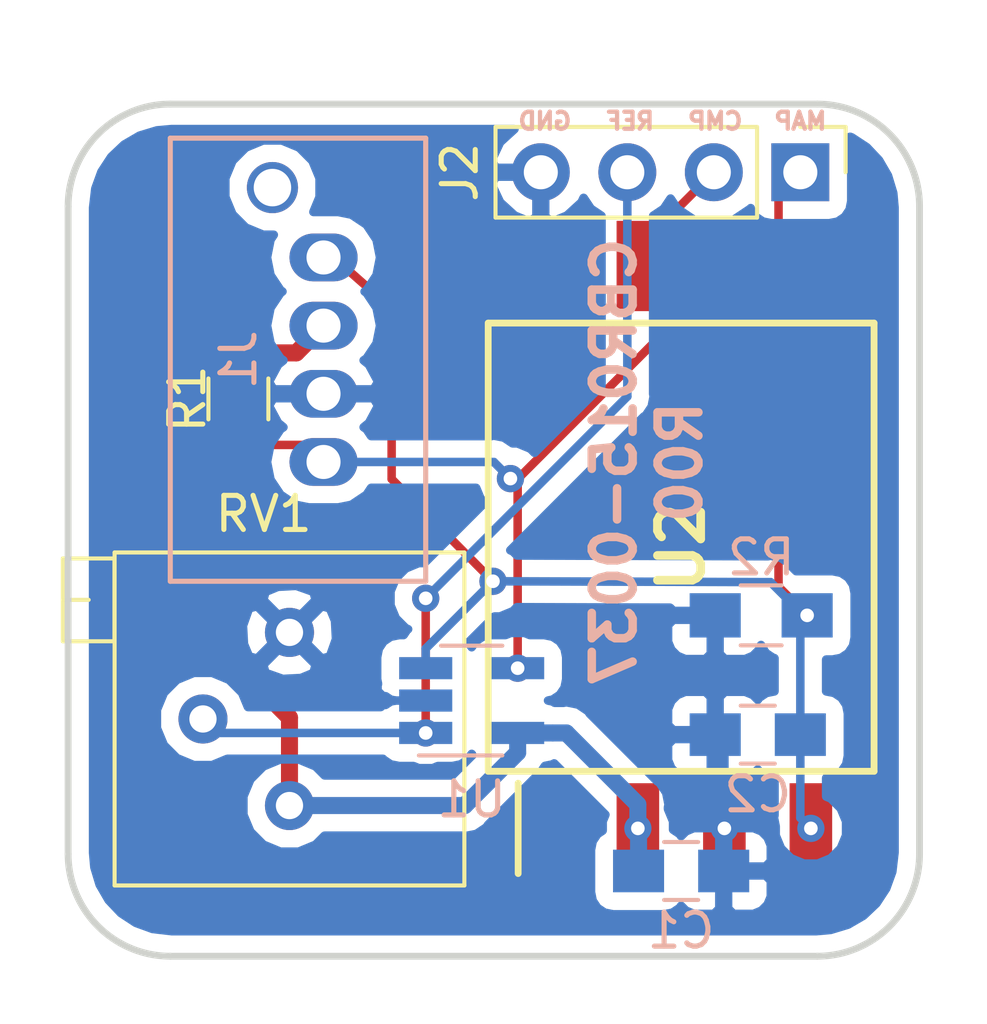
<source format=kicad_pcb>
(kicad_pcb (version 20171130) (host pcbnew "(5.0.0)")

  (general
    (thickness 1.6)
    (drawings 13)
    (tracks 62)
    (zones 0)
    (modules 9)
    (nets 11)
  )

  (page A4)
  (title_block
    (title MAP-CMP_SENSOR-PCB)
    (date 22-03-2020)
    (rev 00)
    (comment 3 "T Naughton")
    (comment 4 CBR015-0038)
  )

  (layers
    (0 F.Cu signal)
    (31 B.Cu signal)
    (32 B.Adhes user)
    (33 F.Adhes user)
    (34 B.Paste user)
    (35 F.Paste user)
    (36 B.SilkS user)
    (37 F.SilkS user)
    (38 B.Mask user)
    (39 F.Mask user)
    (40 Dwgs.User user)
    (41 Cmts.User user)
    (42 Eco1.User user)
    (43 Eco2.User user)
    (44 Edge.Cuts user)
    (45 Margin user)
    (46 B.CrtYd user)
    (47 F.CrtYd user)
    (48 B.Fab user)
    (49 F.Fab user)
  )

  (setup
    (last_trace_width 0.25)
    (trace_clearance 0.2)
    (zone_clearance 0.508)
    (zone_45_only no)
    (trace_min 0.2)
    (segment_width 0.2)
    (edge_width 0.15)
    (via_size 0.8)
    (via_drill 0.4)
    (via_min_size 0.4)
    (via_min_drill 0.3)
    (uvia_size 0.3)
    (uvia_drill 0.1)
    (uvias_allowed no)
    (uvia_min_size 0.2)
    (uvia_min_drill 0.1)
    (pcb_text_width 0.3)
    (pcb_text_size 1.5 1.5)
    (mod_edge_width 0.15)
    (mod_text_size 1 1)
    (mod_text_width 0.15)
    (pad_size 1.524 1.524)
    (pad_drill 0.762)
    (pad_to_mask_clearance 0.2)
    (aux_axis_origin 130 120)
    (grid_origin 130 120)
    (visible_elements 7FFFFFFF)
    (pcbplotparams
      (layerselection 0x010f0_ffffffff)
      (usegerberextensions true)
      (usegerberattributes false)
      (usegerberadvancedattributes false)
      (creategerberjobfile false)
      (excludeedgelayer true)
      (linewidth 0.100000)
      (plotframeref false)
      (viasonmask false)
      (mode 1)
      (useauxorigin false)
      (hpglpennumber 1)
      (hpglpenspeed 20)
      (hpglpendiameter 15.000000)
      (psnegative true)
      (psa4output false)
      (plotreference true)
      (plotvalue true)
      (plotinvisibletext false)
      (padsonsilk false)
      (subtractmaskfromsilk false)
      (outputformat 4)
      (mirror false)
      (drillshape 2)
      (scaleselection 1)
      (outputdirectory "CBR015-0038_R00_MANUFACTURE_FILES/"))
  )

  (net 0 "")
  (net 1 Earth)
  (net 2 +5V)
  (net 3 MAP_SIG)
  (net 4 CMP_SIG)
  (net 5 VREF)
  (net 6 "Net-(U2-Pad1)")
  (net 7 "Net-(U2-Pad5)")
  (net 8 "Net-(U2-Pad6)")
  (net 9 "Net-(U2-Pad7)")
  (net 10 "Net-(U2-Pad8)")

  (net_class Default "This is the default net class."
    (clearance 0.2)
    (trace_width 0.25)
    (via_dia 0.8)
    (via_drill 0.4)
    (uvia_dia 0.3)
    (uvia_drill 0.1)
    (add_net +5V)
    (add_net CMP_SIG)
    (add_net Earth)
    (add_net MAP_SIG)
    (add_net "Net-(U2-Pad1)")
    (add_net "Net-(U2-Pad5)")
    (add_net "Net-(U2-Pad6)")
    (add_net "Net-(U2-Pad7)")
    (add_net "Net-(U2-Pad8)")
    (add_net VREF)
  )

  (module Capacitors_SMD:C_0805_HandSoldering (layer B.Cu) (tedit 58AA84A8) (tstamp 5E6FCCE7)
    (at 148 117.5)
    (descr "Capacitor SMD 0805, hand soldering")
    (tags "capacitor 0805")
    (path /5E6E5A9C)
    (attr smd)
    (fp_text reference C1 (at 0 1.75) (layer B.SilkS)
      (effects (font (size 1 1) (thickness 0.15)) (justify mirror))
    )
    (fp_text value 100nF (at 0 -1.75) (layer B.Fab)
      (effects (font (size 1 1) (thickness 0.15)) (justify mirror))
    )
    (fp_line (start 2.25 -0.87) (end -2.25 -0.87) (layer B.CrtYd) (width 0.05))
    (fp_line (start 2.25 -0.87) (end 2.25 0.88) (layer B.CrtYd) (width 0.05))
    (fp_line (start -2.25 0.88) (end -2.25 -0.87) (layer B.CrtYd) (width 0.05))
    (fp_line (start -2.25 0.88) (end 2.25 0.88) (layer B.CrtYd) (width 0.05))
    (fp_line (start -0.5 -0.85) (end 0.5 -0.85) (layer B.SilkS) (width 0.12))
    (fp_line (start 0.5 0.85) (end -0.5 0.85) (layer B.SilkS) (width 0.12))
    (fp_line (start -1 0.62) (end 1 0.62) (layer B.Fab) (width 0.1))
    (fp_line (start 1 0.62) (end 1 -0.62) (layer B.Fab) (width 0.1))
    (fp_line (start 1 -0.62) (end -1 -0.62) (layer B.Fab) (width 0.1))
    (fp_line (start -1 -0.62) (end -1 0.62) (layer B.Fab) (width 0.1))
    (fp_text user %R (at 0 1.75) (layer B.Fab)
      (effects (font (size 1 1) (thickness 0.15)) (justify mirror))
    )
    (pad 2 smd rect (at 1.25 0) (size 1.5 1.25) (layers B.Cu B.Paste B.Mask)
      (net 1 Earth))
    (pad 1 smd rect (at -1.25 0) (size 1.5 1.25) (layers B.Cu B.Paste B.Mask)
      (net 2 +5V))
    (model Capacitors_SMD.3dshapes/C_0805.wrl
      (at (xyz 0 0 0))
      (scale (xyz 1 1 1))
      (rotate (xyz 0 0 0))
    )
  )

  (module Capacitors_SMD:C_0805_HandSoldering (layer B.Cu) (tedit 58AA84A8) (tstamp 5E7288C8)
    (at 150.25 113.5)
    (descr "Capacitor SMD 0805, hand soldering")
    (tags "capacitor 0805")
    (path /5E6E639D)
    (attr smd)
    (fp_text reference C2 (at 0 1.75) (layer B.SilkS)
      (effects (font (size 1 1) (thickness 0.15)) (justify mirror))
    )
    (fp_text value 47pF (at 0 -1.75) (layer B.Fab)
      (effects (font (size 1 1) (thickness 0.15)) (justify mirror))
    )
    (fp_text user %R (at 0 1.75) (layer B.Fab)
      (effects (font (size 1 1) (thickness 0.15)) (justify mirror))
    )
    (fp_line (start -1 -0.62) (end -1 0.62) (layer B.Fab) (width 0.1))
    (fp_line (start 1 -0.62) (end -1 -0.62) (layer B.Fab) (width 0.1))
    (fp_line (start 1 0.62) (end 1 -0.62) (layer B.Fab) (width 0.1))
    (fp_line (start -1 0.62) (end 1 0.62) (layer B.Fab) (width 0.1))
    (fp_line (start 0.5 0.85) (end -0.5 0.85) (layer B.SilkS) (width 0.12))
    (fp_line (start -0.5 -0.85) (end 0.5 -0.85) (layer B.SilkS) (width 0.12))
    (fp_line (start -2.25 0.88) (end 2.25 0.88) (layer B.CrtYd) (width 0.05))
    (fp_line (start -2.25 0.88) (end -2.25 -0.87) (layer B.CrtYd) (width 0.05))
    (fp_line (start 2.25 -0.87) (end 2.25 0.88) (layer B.CrtYd) (width 0.05))
    (fp_line (start 2.25 -0.87) (end -2.25 -0.87) (layer B.CrtYd) (width 0.05))
    (pad 1 smd rect (at -1.25 0) (size 1.5 1.25) (layers B.Cu B.Paste B.Mask)
      (net 1 Earth))
    (pad 2 smd rect (at 1.25 0) (size 1.5 1.25) (layers B.Cu B.Paste B.Mask)
      (net 3 MAP_SIG))
    (model Capacitors_SMD.3dshapes/C_0805.wrl
      (at (xyz 0 0 0))
      (scale (xyz 1 1 1))
      (rotate (xyz 0 0 0))
    )
  )

  (module Resistors_SMD:R_0805_HandSoldering (layer F.Cu) (tedit 58E0A804) (tstamp 5E728959)
    (at 135 103.65 270)
    (descr "Resistor SMD 0805, hand soldering")
    (tags "resistor 0805")
    (path /5E6CF6EA)
    (attr smd)
    (fp_text reference R1 (at 0 1.5 270) (layer F.SilkS)
      (effects (font (size 1 1) (thickness 0.15)))
    )
    (fp_text value 10K (at 0 1.75 270) (layer F.Fab)
      (effects (font (size 1 1) (thickness 0.15)))
    )
    (fp_line (start 2.35 0.9) (end -2.35 0.9) (layer F.CrtYd) (width 0.05))
    (fp_line (start 2.35 0.9) (end 2.35 -0.9) (layer F.CrtYd) (width 0.05))
    (fp_line (start -2.35 -0.9) (end -2.35 0.9) (layer F.CrtYd) (width 0.05))
    (fp_line (start -2.35 -0.9) (end 2.35 -0.9) (layer F.CrtYd) (width 0.05))
    (fp_line (start -0.6 -0.88) (end 0.6 -0.88) (layer F.SilkS) (width 0.12))
    (fp_line (start 0.6 0.88) (end -0.6 0.88) (layer F.SilkS) (width 0.12))
    (fp_line (start -1 -0.62) (end 1 -0.62) (layer F.Fab) (width 0.1))
    (fp_line (start 1 -0.62) (end 1 0.62) (layer F.Fab) (width 0.1))
    (fp_line (start 1 0.62) (end -1 0.62) (layer F.Fab) (width 0.1))
    (fp_line (start -1 0.62) (end -1 -0.62) (layer F.Fab) (width 0.1))
    (fp_text user %R (at 0 0 270) (layer F.Fab)
      (effects (font (size 0.5 0.5) (thickness 0.075)))
    )
    (pad 2 smd rect (at 1.35 0 270) (size 1.5 1.3) (layers F.Cu F.Paste F.Mask)
      (net 4 CMP_SIG))
    (pad 1 smd rect (at -1.35 0 270) (size 1.5 1.3) (layers F.Cu F.Paste F.Mask)
      (net 2 +5V))
    (model ${KISYS3DMOD}/Resistors_SMD.3dshapes/R_0805.wrl
      (at (xyz 0 0 0))
      (scale (xyz 1 1 1))
      (rotate (xyz 0 0 0))
    )
  )

  (module Resistors_SMD:R_0805_HandSoldering (layer B.Cu) (tedit 58E0A804) (tstamp 5E6FCD2B)
    (at 150.35 110 180)
    (descr "Resistor SMD 0805, hand soldering")
    (tags "resistor 0805")
    (path /5E6E646A)
    (attr smd)
    (fp_text reference R2 (at 0 1.7 180) (layer B.SilkS)
      (effects (font (size 1 1) (thickness 0.15)) (justify mirror))
    )
    (fp_text value 51K (at 0 -1.75 180) (layer B.Fab)
      (effects (font (size 1 1) (thickness 0.15)) (justify mirror))
    )
    (fp_text user %R (at 0 0 180) (layer B.Fab)
      (effects (font (size 0.5 0.5) (thickness 0.075)) (justify mirror))
    )
    (fp_line (start -1 -0.62) (end -1 0.62) (layer B.Fab) (width 0.1))
    (fp_line (start 1 -0.62) (end -1 -0.62) (layer B.Fab) (width 0.1))
    (fp_line (start 1 0.62) (end 1 -0.62) (layer B.Fab) (width 0.1))
    (fp_line (start -1 0.62) (end 1 0.62) (layer B.Fab) (width 0.1))
    (fp_line (start 0.6 -0.88) (end -0.6 -0.88) (layer B.SilkS) (width 0.12))
    (fp_line (start -0.6 0.88) (end 0.6 0.88) (layer B.SilkS) (width 0.12))
    (fp_line (start -2.35 0.9) (end 2.35 0.9) (layer B.CrtYd) (width 0.05))
    (fp_line (start -2.35 0.9) (end -2.35 -0.9) (layer B.CrtYd) (width 0.05))
    (fp_line (start 2.35 -0.9) (end 2.35 0.9) (layer B.CrtYd) (width 0.05))
    (fp_line (start 2.35 -0.9) (end -2.35 -0.9) (layer B.CrtYd) (width 0.05))
    (pad 1 smd rect (at -1.35 0 180) (size 1.5 1.3) (layers B.Cu B.Paste B.Mask)
      (net 3 MAP_SIG))
    (pad 2 smd rect (at 1.35 0 180) (size 1.5 1.3) (layers B.Cu B.Paste B.Mask)
      (net 1 Earth))
    (model ${KISYS3DMOD}/Resistors_SMD.3dshapes/R_0805.wrl
      (at (xyz 0 0 0))
      (scale (xyz 1 1 1))
      (rotate (xyz 0 0 0))
    )
  )

  (module TO_SOT_Packages_SMD:SOT-23-5_HandSoldering (layer B.Cu) (tedit 58CE4E7E) (tstamp 5E7286DF)
    (at 141.85 112.5)
    (descr "5-pin SOT23 package")
    (tags "SOT-23-5 hand-soldering")
    (path /5E6CF25C)
    (attr smd)
    (fp_text reference U1 (at 0 2.9) (layer B.SilkS)
      (effects (font (size 1 1) (thickness 0.15)) (justify mirror))
    )
    (fp_text value LM397 (at 0 -2.9) (layer B.Fab)
      (effects (font (size 1 1) (thickness 0.15)) (justify mirror))
    )
    (fp_line (start 2.38 -1.8) (end -2.38 -1.8) (layer B.CrtYd) (width 0.05))
    (fp_line (start 2.38 -1.8) (end 2.38 1.8) (layer B.CrtYd) (width 0.05))
    (fp_line (start -2.38 1.8) (end -2.38 -1.8) (layer B.CrtYd) (width 0.05))
    (fp_line (start -2.38 1.8) (end 2.38 1.8) (layer B.CrtYd) (width 0.05))
    (fp_line (start 0.9 1.55) (end 0.9 -1.55) (layer B.Fab) (width 0.1))
    (fp_line (start 0.9 -1.55) (end -0.9 -1.55) (layer B.Fab) (width 0.1))
    (fp_line (start -0.9 0.9) (end -0.9 -1.55) (layer B.Fab) (width 0.1))
    (fp_line (start 0.9 1.55) (end -0.25 1.55) (layer B.Fab) (width 0.1))
    (fp_line (start -0.9 0.9) (end -0.25 1.55) (layer B.Fab) (width 0.1))
    (fp_line (start 0.9 1.61) (end -1.55 1.61) (layer B.SilkS) (width 0.12))
    (fp_line (start -0.9 -1.61) (end 0.9 -1.61) (layer B.SilkS) (width 0.12))
    (fp_text user %R (at 0 0 -90) (layer B.Fab)
      (effects (font (size 0.5 0.5) (thickness 0.075)) (justify mirror))
    )
    (pad 5 smd rect (at 1.35 0.95) (size 1.56 0.65) (layers B.Cu B.Paste B.Mask)
      (net 2 +5V))
    (pad 4 smd rect (at 1.35 -0.95) (size 1.56 0.65) (layers B.Cu B.Paste B.Mask)
      (net 4 CMP_SIG))
    (pad 3 smd rect (at -1.35 -0.95) (size 1.56 0.65) (layers B.Cu B.Paste B.Mask)
      (net 3 MAP_SIG))
    (pad 2 smd rect (at -1.35 0) (size 1.56 0.65) (layers B.Cu B.Paste B.Mask)
      (net 1 Earth))
    (pad 1 smd rect (at -1.35 0.95) (size 1.56 0.65) (layers B.Cu B.Paste B.Mask)
      (net 5 VREF))
    (model ${KISYS3DMOD}/TO_SOT_Packages_SMD.3dshapes\SOT-23-5.wrl
      (at (xyz 0 0 0))
      (scale (xyz 1 1 1))
      (rotate (xyz 0 0 0))
    )
  )

  (module SamacSys_Parts:98ASB17757C (layer F.Cu) (tedit 5E6E6621) (tstamp 5E7283E7)
    (at 148 108 90)
    (descr 98ASB17757C)
    (tags "Integrated Circuit")
    (path /5E6E56FF)
    (attr smd)
    (fp_text reference U2 (at 0 0 90) (layer F.SilkS)
      (effects (font (size 1.27 1.27) (thickness 0.254)))
    )
    (fp_text value MPXA6115A (at 0 0 90) (layer F.SilkS) hide
      (effects (font (size 1.27 1.27) (thickness 0.254)))
    )
    (fp_text user %R (at 0 0 90) (layer F.Fab)
      (effects (font (size 1.27 1.27) (thickness 0.254)))
    )
    (fp_line (start -9.825 -5.94) (end 9.825 -5.94) (layer F.CrtYd) (width 0.05))
    (fp_line (start 9.825 -5.94) (end 9.825 5.94) (layer F.CrtYd) (width 0.05))
    (fp_line (start 9.825 5.94) (end -9.825 5.94) (layer F.CrtYd) (width 0.05))
    (fp_line (start -9.825 5.94) (end -9.825 -5.94) (layer F.CrtYd) (width 0.05))
    (fp_line (start -5.332 -5.665) (end 5.332 -5.665) (layer F.Fab) (width 0.1))
    (fp_line (start 5.332 -5.665) (end 5.332 5.665) (layer F.Fab) (width 0.1))
    (fp_line (start 5.332 5.665) (end -5.332 5.665) (layer F.Fab) (width 0.1))
    (fp_line (start -5.332 5.665) (end -5.332 -5.665) (layer F.Fab) (width 0.1))
    (fp_line (start -5.332 -3.125) (end -2.792 -5.665) (layer F.Fab) (width 0.1))
    (fp_line (start -6.575 -5.665) (end 6.575 -5.665) (layer F.SilkS) (width 0.2))
    (fp_line (start 6.575 -5.665) (end 6.575 5.665) (layer F.SilkS) (width 0.2))
    (fp_line (start 6.575 5.665) (end -6.575 5.665) (layer F.SilkS) (width 0.2))
    (fp_line (start -6.575 5.665) (end -6.575 -5.665) (layer F.SilkS) (width 0.2))
    (fp_line (start -9.575 -4.785) (end -6.925 -4.785) (layer F.SilkS) (width 0.2))
    (pad 1 smd rect (at -8.25 -3.81 180) (size 1.25 2.65) (layers F.Cu F.Paste F.Mask)
      (net 6 "Net-(U2-Pad1)"))
    (pad 2 smd rect (at -8.25 -1.27 180) (size 1.25 2.65) (layers F.Cu F.Paste F.Mask)
      (net 2 +5V))
    (pad 3 smd rect (at -8.25 1.27 180) (size 1.25 2.65) (layers F.Cu F.Paste F.Mask)
      (net 1 Earth))
    (pad 4 smd rect (at -8.25 3.81 180) (size 1.25 2.65) (layers F.Cu F.Paste F.Mask)
      (net 3 MAP_SIG))
    (pad 5 smd rect (at 8.25 3.81 180) (size 1.25 2.65) (layers F.Cu F.Paste F.Mask)
      (net 7 "Net-(U2-Pad5)"))
    (pad 6 smd rect (at 8.25 1.27 180) (size 1.25 2.65) (layers F.Cu F.Paste F.Mask)
      (net 8 "Net-(U2-Pad6)"))
    (pad 7 smd rect (at 8.25 -1.27 180) (size 1.25 2.65) (layers F.Cu F.Paste F.Mask)
      (net 9 "Net-(U2-Pad7)"))
    (pad 8 smd rect (at 8.25 -3.81 180) (size 1.25 2.65) (layers F.Cu F.Paste F.Mask)
      (net 10 "Net-(U2-Pad8)"))
    (model "D:\\Google Drive\\KiCad\\SamacSys_PCB_Library\\SamacSys_Parts.3dshapes\\MPXA6115AC6U.stp"
      (at (xyz 0 0 0))
      (scale (xyz 1 1 1))
      (rotate (xyz 0 0 0))
    )
  )

  (module Potentiometer_THT:Potentiometer_Bourns_3296P_Horizontal (layer F.Cu) (tedit 5A3D4994) (tstamp 5E728266)
    (at 136.5 110.5)
    (descr "Potentiometer, horizontal, Bourns 3296P, https://www.bourns.com/pdfs/3296.pdf")
    (tags "Potentiometer horizontal Bourns 3296P")
    (path /5E6E9F99)
    (fp_text reference RV1 (at -0.76 -3.475) (layer F.SilkS)
      (effects (font (size 1 1) (thickness 0.15)))
    )
    (fp_text value R_POT (at -0.76 8.555) (layer F.Fab)
      (effects (font (size 1 1) (thickness 0.15)))
    )
    (fp_line (start -5.015 -2.225) (end -5.015 7.305) (layer F.Fab) (width 0.1))
    (fp_line (start -5.015 7.305) (end 5.015 7.305) (layer F.Fab) (width 0.1))
    (fp_line (start 5.015 7.305) (end 5.015 -2.225) (layer F.Fab) (width 0.1))
    (fp_line (start 5.015 -2.225) (end -5.015 -2.225) (layer F.Fab) (width 0.1))
    (fp_line (start -6.535 -2.05) (end -6.535 0.14) (layer F.Fab) (width 0.1))
    (fp_line (start -6.535 0.14) (end -5.015 0.14) (layer F.Fab) (width 0.1))
    (fp_line (start -5.015 0.14) (end -5.015 -2.05) (layer F.Fab) (width 0.1))
    (fp_line (start -5.015 -2.05) (end -6.535 -2.05) (layer F.Fab) (width 0.1))
    (fp_line (start -6.535 -0.955) (end -5.775 -0.955) (layer F.Fab) (width 0.1))
    (fp_line (start -5.135 -2.345) (end 5.135 -2.345) (layer F.SilkS) (width 0.12))
    (fp_line (start -5.135 7.425) (end 5.135 7.425) (layer F.SilkS) (width 0.12))
    (fp_line (start -5.135 -2.345) (end -5.135 7.425) (layer F.SilkS) (width 0.12))
    (fp_line (start 5.135 -2.345) (end 5.135 7.425) (layer F.SilkS) (width 0.12))
    (fp_line (start -6.655 -2.169) (end -5.136 -2.169) (layer F.SilkS) (width 0.12))
    (fp_line (start -6.655 0.26) (end -5.136 0.26) (layer F.SilkS) (width 0.12))
    (fp_line (start -6.655 -2.169) (end -6.655 0.26) (layer F.SilkS) (width 0.12))
    (fp_line (start -5.136 -2.169) (end -5.136 0.26) (layer F.SilkS) (width 0.12))
    (fp_line (start -6.655 -0.955) (end -5.896 -0.955) (layer F.SilkS) (width 0.12))
    (fp_line (start -6.8 -2.5) (end -6.8 7.6) (layer F.CrtYd) (width 0.05))
    (fp_line (start -6.8 7.6) (end 5.3 7.6) (layer F.CrtYd) (width 0.05))
    (fp_line (start 5.3 7.6) (end 5.3 -2.5) (layer F.CrtYd) (width 0.05))
    (fp_line (start 5.3 -2.5) (end -6.8 -2.5) (layer F.CrtYd) (width 0.05))
    (fp_text user %R (at 0 2.54) (layer F.Fab)
      (effects (font (size 1 1) (thickness 0.15)))
    )
    (pad 1 thru_hole circle (at 0 0) (size 1.44 1.44) (drill 0.8) (layers *.Cu *.Mask)
      (net 1 Earth))
    (pad 2 thru_hole circle (at -2.54 2.54) (size 1.44 1.44) (drill 0.8) (layers *.Cu *.Mask)
      (net 5 VREF))
    (pad 3 thru_hole circle (at 0 5.08) (size 1.44 1.44) (drill 0.8) (layers *.Cu *.Mask)
      (net 2 +5V))
    (model ${KISYS3DMOD}/Potentiometer_THT.3dshapes/Potentiometer_Bourns_3296P_Horizontal.wrl
      (at (xyz 0 0 0))
      (scale (xyz 1 1 1))
      (rotate (xyz 0 0 0))
    )
  )

  (module Pin_Headers:Pin_Header_Straight_1x04_Pitch2.54mm (layer F.Cu) (tedit 59650532) (tstamp 5E735ACB)
    (at 151.5 97 270)
    (descr "Through hole straight pin header, 1x04, 2.54mm pitch, single row")
    (tags "Through hole pin header THT 1x04 2.54mm single row")
    (path /5E780502)
    (fp_text reference J2 (at 0 10 270) (layer F.SilkS)
      (effects (font (size 1 1) (thickness 0.15)))
    )
    (fp_text value DEBUG_CONN (at 0 9.95 270) (layer F.Fab)
      (effects (font (size 1 1) (thickness 0.15)))
    )
    (fp_text user %R (at 0 3.81) (layer F.Fab)
      (effects (font (size 1 1) (thickness 0.15)))
    )
    (fp_line (start 1.8 -1.8) (end -1.8 -1.8) (layer F.CrtYd) (width 0.05))
    (fp_line (start 1.8 9.4) (end 1.8 -1.8) (layer F.CrtYd) (width 0.05))
    (fp_line (start -1.8 9.4) (end 1.8 9.4) (layer F.CrtYd) (width 0.05))
    (fp_line (start -1.8 -1.8) (end -1.8 9.4) (layer F.CrtYd) (width 0.05))
    (fp_line (start -1.33 -1.33) (end 0 -1.33) (layer F.SilkS) (width 0.12))
    (fp_line (start -1.33 0) (end -1.33 -1.33) (layer F.SilkS) (width 0.12))
    (fp_line (start -1.33 1.27) (end 1.33 1.27) (layer F.SilkS) (width 0.12))
    (fp_line (start 1.33 1.27) (end 1.33 8.95) (layer F.SilkS) (width 0.12))
    (fp_line (start -1.33 1.27) (end -1.33 8.95) (layer F.SilkS) (width 0.12))
    (fp_line (start -1.33 8.95) (end 1.33 8.95) (layer F.SilkS) (width 0.12))
    (fp_line (start -1.27 -0.635) (end -0.635 -1.27) (layer F.Fab) (width 0.1))
    (fp_line (start -1.27 8.89) (end -1.27 -0.635) (layer F.Fab) (width 0.1))
    (fp_line (start 1.27 8.89) (end -1.27 8.89) (layer F.Fab) (width 0.1))
    (fp_line (start 1.27 -1.27) (end 1.27 8.89) (layer F.Fab) (width 0.1))
    (fp_line (start -0.635 -1.27) (end 1.27 -1.27) (layer F.Fab) (width 0.1))
    (pad 4 thru_hole oval (at 0 7.62 270) (size 1.7 1.7) (drill 1) (layers *.Cu *.Mask)
      (net 1 Earth))
    (pad 3 thru_hole oval (at 0 5.08 270) (size 1.7 1.7) (drill 1) (layers *.Cu *.Mask)
      (net 5 VREF))
    (pad 2 thru_hole oval (at 0 2.54 270) (size 1.7 1.7) (drill 1) (layers *.Cu *.Mask)
      (net 4 CMP_SIG))
    (pad 1 thru_hole rect (at 0 0 270) (size 1.7 1.7) (drill 1) (layers *.Cu *.Mask)
      (net 3 MAP_SIG))
    (model ${KISYS3DMOD}/Pin_Headers.3dshapes/Pin_Header_Straight_1x04_Pitch2.54mm.wrl
      (at (xyz 0 0 0))
      (scale (xyz 1 1 1))
      (rotate (xyz 0 0 0))
    )
  )

  (module "User Libraries:JST_B04B-JWPF-SK-R" (layer B.Cu) (tedit 5E6E8DF6) (tstamp 5E78AD91)
    (at 137.5 102.5 90)
    (path /5E7834C4)
    (fp_text reference J1 (at 0 -2.5 90) (layer B.SilkS)
      (effects (font (size 1 1) (thickness 0.15)) (justify mirror))
    )
    (fp_text value B04B-JWPF-SK-R (at 0 1.85 90) (layer B.Fab)
      (effects (font (size 1 1) (thickness 0.15)) (justify mirror))
    )
    (fp_line (start -6.5 3) (end 6.5 3) (layer B.SilkS) (width 0.15))
    (fp_line (start 6.5 3) (end 6.5 -4.5) (layer B.SilkS) (width 0.15))
    (fp_line (start 6.5 -4.5) (end -6.5 -4.5) (layer B.SilkS) (width 0.15))
    (fp_line (start -6.5 -4.5) (end -6.5 3) (layer B.SilkS) (width 0.15))
    (fp_line (start -6.65 3.15) (end 6.65 3.15) (layer B.CrtYd) (width 0.05))
    (fp_line (start 6.65 3.15) (end 6.65 -4.65) (layer B.CrtYd) (width 0.05))
    (fp_line (start 6.65 -4.65) (end -6.65 -4.65) (layer B.CrtYd) (width 0.05))
    (fp_line (start -6.65 -4.65) (end -6.65 3.15) (layer B.CrtYd) (width 0.05))
    (pad 1 thru_hole oval (at -3 0 90) (size 1.4 2) (drill 1) (layers *.Cu *.Mask)
      (net 4 CMP_SIG))
    (pad 2 thru_hole oval (at -1 0 90) (size 1.4 2) (drill 1) (layers *.Cu *.Mask)
      (net 1 Earth))
    (pad 3 thru_hole oval (at 1 0 90) (size 1.4 2) (drill 1) (layers *.Cu *.Mask)
      (net 2 +5V))
    (pad 4 thru_hole oval (at 3 0 90) (size 1.4 2) (drill 1) (layers *.Cu *.Mask)
      (net 3 MAP_SIG))
    (pad "" thru_hole circle (at 5.05 -1.5 90) (size 1.5 1.5) (drill 1.1) (layers *.Cu *.Mask))
    (model "D:/Google Drive/KiCad/User Libraries/User_Libraries.3dshapes/B04B-JWPF-SK-R.STEP"
      (offset (xyz -5.5 2.6 16.6))
      (scale (xyz 1 1 1))
      (rotate (xyz 0 180 180))
    )
  )

  (gr_text MAP (at 151.5 95.5) (layer B.SilkS) (tstamp 5E735BAC)
    (effects (font (size 0.5 0.5) (thickness 0.125)) (justify mirror))
  )
  (gr_text CMP (at 149 95.5) (layer B.SilkS) (tstamp 5E735BAA)
    (effects (font (size 0.5 0.5) (thickness 0.125)) (justify mirror))
  )
  (gr_text REF (at 146.5 95.5) (layer B.SilkS) (tstamp 5E735BA8)
    (effects (font (size 0.5 0.5) (thickness 0.125)) (justify mirror))
  )
  (gr_text GND (at 144 95.5) (layer B.SilkS)
    (effects (font (size 0.5 0.5) (thickness 0.125)) (justify mirror))
  )
  (gr_text "CBR015-0037\nR00" (at 147 105.5 90) (layer B.SilkS)
    (effects (font (size 1.2 1.2) (thickness 0.25)) (justify mirror))
  )
  (gr_line (start 130 98) (end 130 117) (layer Edge.Cuts) (width 0.2))
  (gr_arc (start 133 98) (end 133 95) (angle -90.000002) (layer Edge.Cuts) (width 0.2))
  (gr_line (start 152 95) (end 133 95) (layer Edge.Cuts) (width 0.2))
  (gr_arc (start 152 98) (end 155 98) (angle -90.000003) (layer Edge.Cuts) (width 0.2))
  (gr_arc (start 133 117) (end 130 117) (angle -89.999992) (layer Edge.Cuts) (width 0.2))
  (gr_line (start 155 117) (end 155 98) (layer Edge.Cuts) (width 0.2))
  (gr_arc (start 152 117) (end 152 120) (angle -90.000003) (layer Edge.Cuts) (width 0.2))
  (gr_line (start 133 120) (end 152 120) (layer Edge.Cuts) (width 0.2))

  (via (at 149.27 116.25) (size 0.8) (drill 0.4) (layers F.Cu B.Cu) (net 1))
  (segment (start 149.25 117.5) (end 149.25 116.27) (width 0.25) (layer B.Cu) (net 1))
  (segment (start 149.25 116.27) (end 149.27 116.25) (width 0.25) (layer B.Cu) (net 1))
  (segment (start 149.27 113.77) (end 149 113.5) (width 0.25) (layer B.Cu) (net 1))
  (segment (start 149.27 116.25) (end 149.27 113.77) (width 0.25) (layer B.Cu) (net 1))
  (segment (start 149 113.5) (end 149 110) (width 0.25) (layer B.Cu) (net 1))
  (segment (start 138.5 112.5) (end 136.5 110.5) (width 0.25) (layer B.Cu) (net 1))
  (segment (start 140.5 112.5) (end 138.5 112.5) (width 0.25) (layer B.Cu) (net 1))
  (segment (start 143.2 114.025) (end 143.2 113.45) (width 0.5) (layer B.Cu) (net 2))
  (segment (start 141.645 115.58) (end 143.2 114.025) (width 0.5) (layer B.Cu) (net 2))
  (segment (start 136.5 115.58) (end 141.645 115.58) (width 0.5) (layer B.Cu) (net 2))
  (segment (start 146.75 117.5) (end 146.75 116.27) (width 0.5) (layer B.Cu) (net 2))
  (via (at 146.73 116.25) (size 0.8) (drill 0.4) (layers F.Cu B.Cu) (net 2))
  (segment (start 146.73 116.25) (end 146.73 115.55) (width 0.5) (layer B.Cu) (net 2))
  (segment (start 146.73 115.55) (end 144.63 113.45) (width 0.5) (layer B.Cu) (net 2))
  (segment (start 144.63 113.45) (end 144.23 113.45) (width 0.5) (layer B.Cu) (net 2))
  (segment (start 144.23 113.45) (end 143.2 113.45) (width 0.5) (layer B.Cu) (net 2))
  (segment (start 146.75 116.27) (end 146.73 116.25) (width 0.5) (layer B.Cu) (net 2))
  (segment (start 136.7 102.3) (end 137.5 101.5) (width 0.5) (layer F.Cu) (net 2))
  (segment (start 135 102.3) (end 136.7 102.3) (width 0.5) (layer F.Cu) (net 2))
  (segment (start 134.1 102.3) (end 133 103.4) (width 0.5) (layer F.Cu) (net 2))
  (segment (start 136.5 113) (end 136.5 115.58) (width 0.5) (layer F.Cu) (net 2))
  (segment (start 133 109.5) (end 136.5 113) (width 0.5) (layer F.Cu) (net 2))
  (segment (start 133 103.4) (end 133 109.5) (width 0.5) (layer F.Cu) (net 2))
  (segment (start 135 102.3) (end 134.1 102.3) (width 0.5) (layer F.Cu) (net 2))
  (via (at 151.81 116.25) (size 0.8) (drill 0.4) (layers F.Cu B.Cu) (net 3))
  (segment (start 151.5 113.5) (end 151.5 115.94) (width 0.25) (layer B.Cu) (net 3))
  (segment (start 151.5 115.94) (end 151.81 116.25) (width 0.25) (layer B.Cu) (net 3))
  (segment (start 151.5 110.2) (end 151.7 110) (width 0.25) (layer B.Cu) (net 3))
  (segment (start 151.5 113.5) (end 151.5 110.2) (width 0.25) (layer B.Cu) (net 3))
  (via (at 151.7 110) (size 0.8) (drill 0.4) (layers F.Cu B.Cu) (net 3))
  (segment (start 150.859999 109.159999) (end 151.7 110) (width 0.25) (layer F.Cu) (net 3))
  (segment (start 150.859999 97.640001) (end 150.859999 109.159999) (width 0.25) (layer F.Cu) (net 3))
  (segment (start 151.5 97) (end 150.859999 97.640001) (width 0.25) (layer F.Cu) (net 3))
  (segment (start 150.624999 109.024999) (end 142.5 109) (width 0.25) (layer B.Cu) (net 3))
  (segment (start 151.7 110) (end 151.6 110) (width 0.25) (layer B.Cu) (net 3))
  (segment (start 151.6 110) (end 150.624999 109.024999) (width 0.25) (layer B.Cu) (net 3))
  (segment (start 140.5 110.975) (end 140.5 111.55) (width 0.25) (layer B.Cu) (net 3))
  (segment (start 142.475 109) (end 140.5 110.975) (width 0.25) (layer B.Cu) (net 3))
  (segment (start 142.5 109) (end 142.475 109) (width 0.25) (layer B.Cu) (net 3))
  (via (at 142.475 109) (size 0.8) (drill 0.4) (layers F.Cu B.Cu) (net 3))
  (segment (start 139.5 106) (end 142.475 109) (width 0.25) (layer F.Cu) (net 3))
  (segment (start 139.5 101) (end 139.5 106) (width 0.25) (layer F.Cu) (net 3))
  (segment (start 137.5 99.5) (end 137.8 99.5) (width 0.25) (layer F.Cu) (net 3))
  (segment (start 137.8 99.5) (end 139.5 101) (width 0.25) (layer F.Cu) (net 3))
  (via (at 143.2 111.55) (size 0.8) (drill 0.4) (layers F.Cu B.Cu) (net 4))
  (segment (start 143.2 106) (end 143.2 111.55) (width 0.25) (layer F.Cu) (net 4))
  (segment (start 147.680001 101.519999) (end 143.2 106) (width 0.25) (layer F.Cu) (net 4))
  (segment (start 147.680001 98.279999) (end 147.680001 101.519999) (width 0.25) (layer F.Cu) (net 4))
  (segment (start 148.96 97) (end 147.680001 98.279999) (width 0.25) (layer F.Cu) (net 4))
  (via (at 142.987347 105.987347) (size 0.8) (drill 0.4) (layers F.Cu B.Cu) (net 4))
  (segment (start 137.5 105.5) (end 142.5 105.5) (width 0.25) (layer B.Cu) (net 4))
  (segment (start 142.5 105.5) (end 142.987347 105.987347) (width 0.25) (layer B.Cu) (net 4))
  (segment (start 137 105) (end 137.5 105.5) (width 0.25) (layer F.Cu) (net 4))
  (segment (start 135 105) (end 137 105) (width 0.25) (layer F.Cu) (net 4))
  (segment (start 134.37 113.45) (end 133.96 113.04) (width 0.25) (layer B.Cu) (net 5))
  (segment (start 140.5 113.45) (end 134.37 113.45) (width 0.25) (layer B.Cu) (net 5))
  (via (at 140.5 109.5) (size 0.8) (drill 0.4) (layers F.Cu B.Cu) (net 5))
  (segment (start 146.42 97) (end 146.42 103.58) (width 0.25) (layer B.Cu) (net 5))
  (segment (start 146.42 103.58) (end 140.5 109.5) (width 0.25) (layer B.Cu) (net 5))
  (via (at 140.5 113.45) (size 0.8) (drill 0.4) (layers F.Cu B.Cu) (net 5))
  (segment (start 140.5 109.5) (end 140.5 113.45) (width 0.25) (layer F.Cu) (net 5))

  (zone (net 1) (net_name Earth) (layer B.Cu) (tstamp 5F39168B) (hatch edge 0.508)
    (connect_pads (clearance 0.508))
    (min_thickness 0.254)
    (fill yes (arc_segments 16) (thermal_gap 0.508) (thermal_bridge_width 0.508))
    (polygon
      (pts
        (xy 128 93) (xy 157 93) (xy 157 122) (xy 128 122)
      )
    )
    (filled_polygon
      (pts
        (xy 142.684817 96.118642) (xy 142.438514 96.643108) (xy 142.559181 96.873) (xy 143.753 96.873) (xy 143.753 96.853)
        (xy 144.007 96.853) (xy 144.007 96.873) (xy 144.027 96.873) (xy 144.027 97.127) (xy 144.007 97.127)
        (xy 144.007 98.320155) (xy 144.23689 98.441476) (xy 144.646924 98.271645) (xy 145.075183 97.881358) (xy 145.136157 97.751522)
        (xy 145.349375 98.070625) (xy 145.66 98.278178) (xy 145.660001 103.265196) (xy 143.694454 105.230743) (xy 143.573627 105.109916)
        (xy 143.193221 104.952347) (xy 143.048113 104.952347) (xy 143.047929 104.952071) (xy 142.796537 104.784096) (xy 142.574852 104.74)
        (xy 142.574847 104.74) (xy 142.5 104.725112) (xy 142.425153 104.74) (xy 138.897774 104.74) (xy 138.762481 104.537519)
        (xy 138.678069 104.481117) (xy 138.83379 104.354185) (xy 139.08198 103.89355) (xy 139.092716 103.833329) (xy 138.969374 103.627)
        (xy 137.627 103.627) (xy 137.627 103.647) (xy 137.373 103.647) (xy 137.373 103.627) (xy 136.030626 103.627)
        (xy 135.907284 103.833329) (xy 135.91802 103.89355) (xy 136.16621 104.354185) (xy 136.321931 104.481117) (xy 136.237519 104.537519)
        (xy 135.942458 104.979109) (xy 135.838846 105.5) (xy 135.942458 106.020891) (xy 136.237519 106.462481) (xy 136.679109 106.757542)
        (xy 137.068515 106.835) (xy 137.931485 106.835) (xy 138.320891 106.757542) (xy 138.762481 106.462481) (xy 138.897774 106.26)
        (xy 141.980008 106.26) (xy 142.109916 106.573627) (xy 142.230744 106.694455) (xy 140.460199 108.465) (xy 140.294126 108.465)
        (xy 139.91372 108.622569) (xy 139.622569 108.91372) (xy 139.465 109.294126) (xy 139.465 109.705874) (xy 139.622569 110.08628)
        (xy 139.91372 110.377431) (xy 139.983256 110.406234) (xy 139.952071 110.427071) (xy 139.851518 110.57756) (xy 139.72 110.57756)
        (xy 139.472235 110.626843) (xy 139.262191 110.767191) (xy 139.121843 110.977235) (xy 139.07256 111.225) (xy 139.07256 111.875)
        (xy 139.099936 112.012631) (xy 139.085 112.04869) (xy 139.085 112.21425) (xy 139.24375 112.373) (xy 139.322341 112.373)
        (xy 139.472235 112.473157) (xy 139.607185 112.5) (xy 139.472235 112.526843) (xy 139.322341 112.627) (xy 139.24375 112.627)
        (xy 139.18075 112.69) (xy 135.281667 112.69) (xy 135.108714 112.272454) (xy 134.727546 111.891286) (xy 134.229526 111.685)
        (xy 133.690474 111.685) (xy 133.192454 111.891286) (xy 132.811286 112.272454) (xy 132.605 112.770474) (xy 132.605 113.309526)
        (xy 132.811286 113.807546) (xy 133.192454 114.188714) (xy 133.690474 114.395) (xy 134.229526 114.395) (xy 134.676157 114.21)
        (xy 139.24695 114.21) (xy 139.262191 114.232809) (xy 139.472235 114.373157) (xy 139.72 114.42244) (xy 140.143092 114.42244)
        (xy 140.294126 114.485) (xy 140.705874 114.485) (xy 140.856908 114.42244) (xy 141.28 114.42244) (xy 141.527765 114.373157)
        (xy 141.737809 114.232809) (xy 141.85 114.064905) (xy 141.873439 114.099983) (xy 141.278422 114.695) (xy 137.53126 114.695)
        (xy 137.267546 114.431286) (xy 136.769526 114.225) (xy 136.230474 114.225) (xy 135.732454 114.431286) (xy 135.351286 114.812454)
        (xy 135.145 115.310474) (xy 135.145 115.849526) (xy 135.351286 116.347546) (xy 135.732454 116.728714) (xy 136.230474 116.935)
        (xy 136.769526 116.935) (xy 137.267546 116.728714) (xy 137.53126 116.465) (xy 141.557839 116.465) (xy 141.645 116.482337)
        (xy 141.732161 116.465) (xy 141.732165 116.465) (xy 141.99031 116.413652) (xy 142.283049 116.218049) (xy 142.332425 116.144153)
        (xy 143.764156 114.712423) (xy 143.838049 114.663049) (xy 144.001704 114.418123) (xy 144.227765 114.373157) (xy 144.272013 114.343591)
        (xy 145.776292 115.84787) (xy 145.695 116.044126) (xy 145.695 116.315087) (xy 145.542191 116.417191) (xy 145.401843 116.627235)
        (xy 145.35256 116.875) (xy 145.35256 118.125) (xy 145.401843 118.372765) (xy 145.542191 118.582809) (xy 145.752235 118.723157)
        (xy 146 118.77244) (xy 147.5 118.77244) (xy 147.747765 118.723157) (xy 147.957809 118.582809) (xy 147.998654 118.52168)
        (xy 148.140302 118.663327) (xy 148.373691 118.76) (xy 148.96425 118.76) (xy 149.123 118.60125) (xy 149.123 117.627)
        (xy 149.377 117.627) (xy 149.377 118.60125) (xy 149.53575 118.76) (xy 150.126309 118.76) (xy 150.359698 118.663327)
        (xy 150.538327 118.484699) (xy 150.635 118.25131) (xy 150.635 117.78575) (xy 150.47625 117.627) (xy 149.377 117.627)
        (xy 149.123 117.627) (xy 149.103 117.627) (xy 149.103 117.373) (xy 149.123 117.373) (xy 149.123 116.39875)
        (xy 149.377 116.39875) (xy 149.377 117.373) (xy 150.47625 117.373) (xy 150.635 117.21425) (xy 150.635 116.74869)
        (xy 150.538327 116.515301) (xy 150.359698 116.336673) (xy 150.126309 116.24) (xy 149.53575 116.24) (xy 149.377 116.39875)
        (xy 149.123 116.39875) (xy 148.96425 116.24) (xy 148.373691 116.24) (xy 148.140302 116.336673) (xy 147.998654 116.47832)
        (xy 147.957809 116.417191) (xy 147.765 116.288359) (xy 147.765 116.044126) (xy 147.615 115.681993) (xy 147.615 115.637159)
        (xy 147.632337 115.549999) (xy 147.615 115.462839) (xy 147.615 115.462835) (xy 147.563652 115.20469) (xy 147.368049 114.911951)
        (xy 147.294156 114.862577) (xy 146.217329 113.78575) (xy 147.615 113.78575) (xy 147.615 114.25131) (xy 147.711673 114.484699)
        (xy 147.890302 114.663327) (xy 148.123691 114.76) (xy 148.71425 114.76) (xy 148.873 114.60125) (xy 148.873 113.627)
        (xy 147.77375 113.627) (xy 147.615 113.78575) (xy 146.217329 113.78575) (xy 145.317425 112.885847) (xy 145.268049 112.811951)
        (xy 145.173373 112.74869) (xy 147.615 112.74869) (xy 147.615 113.21425) (xy 147.77375 113.373) (xy 148.873 113.373)
        (xy 148.873 112.39875) (xy 148.71425 112.24) (xy 148.123691 112.24) (xy 147.890302 112.336673) (xy 147.711673 112.515301)
        (xy 147.615 112.74869) (xy 145.173373 112.74869) (xy 144.97531 112.616348) (xy 144.717165 112.565) (xy 144.717161 112.565)
        (xy 144.63 112.547663) (xy 144.542839 112.565) (xy 144.284871 112.565) (xy 144.227765 112.526843) (xy 144.092815 112.5)
        (xy 144.227765 112.473157) (xy 144.437809 112.332809) (xy 144.578157 112.122765) (xy 144.62744 111.875) (xy 144.62744 111.225)
        (xy 144.578157 110.977235) (xy 144.437809 110.767191) (xy 144.227765 110.626843) (xy 143.98 110.57756) (xy 143.556908 110.57756)
        (xy 143.405874 110.515) (xy 142.994126 110.515) (xy 142.843092 110.57756) (xy 142.42 110.57756) (xy 142.172235 110.626843)
        (xy 141.962191 110.767191) (xy 141.85 110.935095) (xy 141.755754 110.794047) (xy 142.264051 110.28575) (xy 147.615 110.28575)
        (xy 147.615 110.77631) (xy 147.711673 111.009699) (xy 147.890302 111.188327) (xy 148.123691 111.285) (xy 148.71425 111.285)
        (xy 148.873 111.12625) (xy 148.873 110.127) (xy 147.77375 110.127) (xy 147.615 110.28575) (xy 142.264051 110.28575)
        (xy 142.514802 110.035) (xy 142.680874 110.035) (xy 143.06128 109.877431) (xy 143.176626 109.762085) (xy 147.676681 109.775931)
        (xy 147.77375 109.873) (xy 148.873 109.873) (xy 148.873 109.853) (xy 149.127 109.853) (xy 149.127 109.873)
        (xy 149.147 109.873) (xy 149.147 110.127) (xy 149.127 110.127) (xy 149.127 111.12625) (xy 149.28575 111.285)
        (xy 149.876309 111.285) (xy 150.109698 111.188327) (xy 150.288327 111.009699) (xy 150.346279 110.869791) (xy 150.351843 110.897765)
        (xy 150.492191 111.107809) (xy 150.702235 111.248157) (xy 150.740001 111.255669) (xy 150.74 112.229549) (xy 150.502235 112.276843)
        (xy 150.292191 112.417191) (xy 150.251346 112.47832) (xy 150.109698 112.336673) (xy 149.876309 112.24) (xy 149.28575 112.24)
        (xy 149.127 112.39875) (xy 149.127 113.373) (xy 149.147 113.373) (xy 149.147 113.627) (xy 149.127 113.627)
        (xy 149.127 114.60125) (xy 149.28575 114.76) (xy 149.876309 114.76) (xy 150.109698 114.663327) (xy 150.251346 114.52168)
        (xy 150.292191 114.582809) (xy 150.502235 114.723157) (xy 150.740001 114.770451) (xy 150.740001 115.865148) (xy 150.725112 115.94)
        (xy 150.740001 116.014852) (xy 150.775 116.190803) (xy 150.775 116.455874) (xy 150.932569 116.83628) (xy 151.22372 117.127431)
        (xy 151.604126 117.285) (xy 152.015874 117.285) (xy 152.39628 117.127431) (xy 152.687431 116.83628) (xy 152.845 116.455874)
        (xy 152.845 116.044126) (xy 152.687431 115.66372) (xy 152.39628 115.372569) (xy 152.26 115.31612) (xy 152.26 114.770451)
        (xy 152.497765 114.723157) (xy 152.707809 114.582809) (xy 152.848157 114.372765) (xy 152.89744 114.125) (xy 152.89744 112.875)
        (xy 152.848157 112.627235) (xy 152.707809 112.417191) (xy 152.497765 112.276843) (xy 152.26 112.229549) (xy 152.26 111.29744)
        (xy 152.45 111.29744) (xy 152.697765 111.248157) (xy 152.907809 111.107809) (xy 153.048157 110.897765) (xy 153.09744 110.65)
        (xy 153.09744 109.35) (xy 153.048157 109.102235) (xy 152.907809 108.892191) (xy 152.697765 108.751843) (xy 152.45 108.70256)
        (xy 151.377361 108.70256) (xy 151.21616 108.541359) (xy 151.17461 108.478759) (xy 151.110308 108.435507) (xy 151.109471 108.43467)
        (xy 151.0481 108.393664) (xy 150.923736 108.310011) (xy 150.922545 108.30977) (xy 150.921536 108.309096) (xy 150.774618 108.279872)
        (xy 150.702188 108.265233) (xy 150.701004 108.265229) (xy 150.624999 108.250111) (xy 150.551309 108.264769) (xy 143.180803 108.242092)
        (xy 143.06128 108.122569) (xy 142.984172 108.09063) (xy 146.904476 104.170327) (xy 146.967929 104.127929) (xy 147.010327 104.064476)
        (xy 147.010329 104.064474) (xy 147.135903 103.876538) (xy 147.135904 103.876537) (xy 147.18 103.654852) (xy 147.18 103.654848)
        (xy 147.194888 103.580001) (xy 147.18 103.505154) (xy 147.18 98.278178) (xy 147.490625 98.070625) (xy 147.69 97.772239)
        (xy 147.889375 98.070625) (xy 148.380582 98.398839) (xy 148.813744 98.485) (xy 149.106256 98.485) (xy 149.539418 98.398839)
        (xy 150.030625 98.070625) (xy 150.042816 98.052381) (xy 150.051843 98.097765) (xy 150.192191 98.307809) (xy 150.402235 98.448157)
        (xy 150.65 98.49744) (xy 152.35 98.49744) (xy 152.597765 98.448157) (xy 152.807809 98.307809) (xy 152.948157 98.097765)
        (xy 152.99744 97.85) (xy 152.99744 96.15) (xy 152.959692 95.960225) (xy 153.011944 95.979191) (xy 153.449692 96.266192)
        (xy 153.809668 96.64619) (xy 154.072576 97.098821) (xy 154.22722 97.609416) (xy 154.265001 98.032743) (xy 154.265 116.957298)
        (xy 154.199405 117.519918) (xy 154.020809 118.011944) (xy 153.73381 118.449689) (xy 153.353807 118.80967) (xy 152.90118 119.072576)
        (xy 152.390584 119.22722) (xy 151.967269 119.265) (xy 133.042702 119.265) (xy 132.480082 119.199405) (xy 131.988056 119.020809)
        (xy 131.550311 118.73381) (xy 131.19033 118.353807) (xy 130.927424 117.90118) (xy 130.77278 117.390584) (xy 130.735 116.967269)
        (xy 130.735 111.449774) (xy 135.729831 111.449774) (xy 135.794131 111.687611) (xy 136.302342 111.867333) (xy 136.840644 111.838892)
        (xy 137.205869 111.687611) (xy 137.270169 111.449774) (xy 136.5 110.679605) (xy 135.729831 111.449774) (xy 130.735 111.449774)
        (xy 130.735 110.302342) (xy 135.132667 110.302342) (xy 135.161108 110.840644) (xy 135.312389 111.205869) (xy 135.550226 111.270169)
        (xy 136.320395 110.5) (xy 136.679605 110.5) (xy 137.449774 111.270169) (xy 137.687611 111.205869) (xy 137.867333 110.697658)
        (xy 137.838892 110.159356) (xy 137.687611 109.794131) (xy 137.449774 109.729831) (xy 136.679605 110.5) (xy 136.320395 110.5)
        (xy 135.550226 109.729831) (xy 135.312389 109.794131) (xy 135.132667 110.302342) (xy 130.735 110.302342) (xy 130.735 109.550226)
        (xy 135.729831 109.550226) (xy 136.5 110.320395) (xy 137.270169 109.550226) (xy 137.205869 109.312389) (xy 136.697658 109.132667)
        (xy 136.159356 109.161108) (xy 135.794131 109.312389) (xy 135.729831 109.550226) (xy 130.735 109.550226) (xy 130.735 98.042702)
        (xy 130.800594 97.480082) (xy 130.911512 97.174506) (xy 134.615 97.174506) (xy 134.615 97.725494) (xy 134.825853 98.23454)
        (xy 135.21546 98.624147) (xy 135.724506 98.835) (xy 136.038749 98.835) (xy 135.942458 98.979109) (xy 135.838846 99.5)
        (xy 135.942458 100.020891) (xy 136.237519 100.462481) (xy 136.29367 100.5) (xy 136.237519 100.537519) (xy 135.942458 100.979109)
        (xy 135.838846 101.5) (xy 135.942458 102.020891) (xy 136.237519 102.462481) (xy 136.321931 102.518883) (xy 136.16621 102.645815)
        (xy 135.91802 103.10645) (xy 135.907284 103.166671) (xy 136.030626 103.373) (xy 137.373 103.373) (xy 137.373 103.353)
        (xy 137.627 103.353) (xy 137.627 103.373) (xy 138.969374 103.373) (xy 139.092716 103.166671) (xy 139.08198 103.10645)
        (xy 138.83379 102.645815) (xy 138.678069 102.518883) (xy 138.762481 102.462481) (xy 139.057542 102.020891) (xy 139.161154 101.5)
        (xy 139.057542 100.979109) (xy 138.762481 100.537519) (xy 138.70633 100.5) (xy 138.762481 100.462481) (xy 139.057542 100.020891)
        (xy 139.161154 99.5) (xy 139.057542 98.979109) (xy 138.762481 98.537519) (xy 138.320891 98.242458) (xy 137.931485 98.165)
        (xy 137.202951 98.165) (xy 137.385 97.725494) (xy 137.385 97.356892) (xy 142.438514 97.356892) (xy 142.684817 97.881358)
        (xy 143.113076 98.271645) (xy 143.52311 98.441476) (xy 143.753 98.320155) (xy 143.753 97.127) (xy 142.559181 97.127)
        (xy 142.438514 97.356892) (xy 137.385 97.356892) (xy 137.385 97.174506) (xy 137.174147 96.66546) (xy 136.78454 96.275853)
        (xy 136.275494 96.065) (xy 135.724506 96.065) (xy 135.21546 96.275853) (xy 134.825853 96.66546) (xy 134.615 97.174506)
        (xy 130.911512 97.174506) (xy 130.979191 96.988056) (xy 131.266192 96.550308) (xy 131.64619 96.190332) (xy 132.098821 95.927424)
        (xy 132.609416 95.77278) (xy 133.032732 95.735) (xy 143.105784 95.735)
      )
    )
  )
)

</source>
